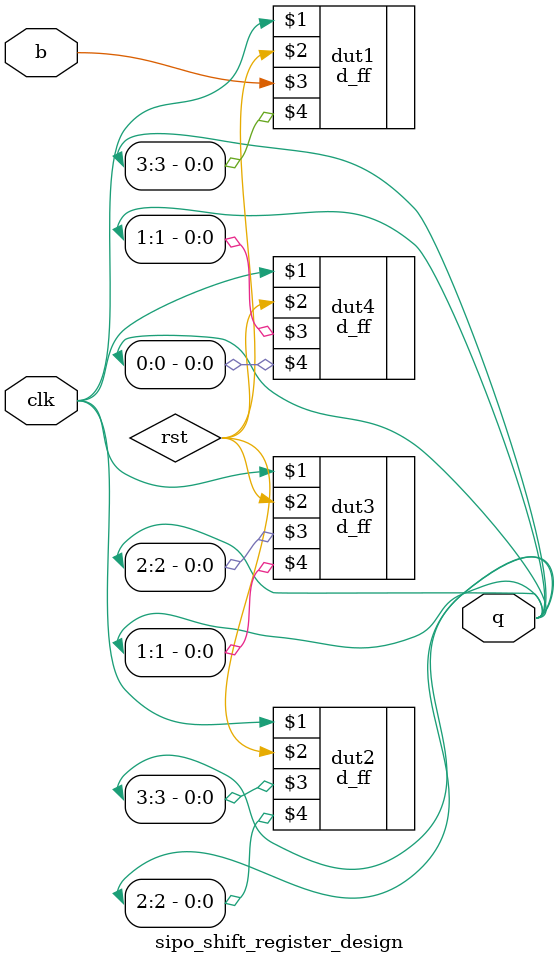
<source format=v>
module sipo_shift_register_design(q,clk,b);
input clk,b;
output[3:0]q;
d_ff dut1(clk,rst,b,q[3]);
d_ff dut2(clk,rst,q[3],q[2]);
d_ff dut3(clk,rst,q[2],q[1]);
d_ff dut4(clk,rst,q[1],q[0]);

endmodule


</source>
